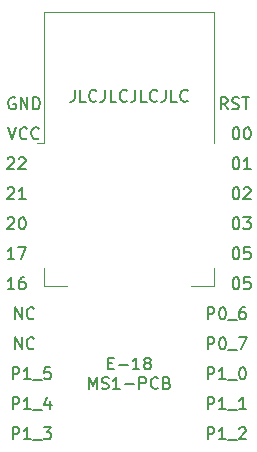
<source format=gbr>
%TF.GenerationSoftware,KiCad,Pcbnew,(5.1.9)-1*%
%TF.CreationDate,2021-12-13T23:40:31+01:00*%
%TF.ProjectId,e18sock,65313873-6f63-46b2-9e6b-696361645f70,rev?*%
%TF.SameCoordinates,Original*%
%TF.FileFunction,Legend,Top*%
%TF.FilePolarity,Positive*%
%FSLAX46Y46*%
G04 Gerber Fmt 4.6, Leading zero omitted, Abs format (unit mm)*
G04 Created by KiCad (PCBNEW (5.1.9)-1) date 2021-12-13 23:40:31*
%MOMM*%
%LPD*%
G01*
G04 APERTURE LIST*
%ADD10C,0.150000*%
%ADD11C,0.120000*%
G04 APERTURE END LIST*
D10*
X123650952Y-34377380D02*
X123650952Y-35091666D01*
X123603333Y-35234523D01*
X123508095Y-35329761D01*
X123365238Y-35377380D01*
X123270000Y-35377380D01*
X124603333Y-35377380D02*
X124127142Y-35377380D01*
X124127142Y-34377380D01*
X125508095Y-35282142D02*
X125460476Y-35329761D01*
X125317619Y-35377380D01*
X125222380Y-35377380D01*
X125079523Y-35329761D01*
X124984285Y-35234523D01*
X124936666Y-35139285D01*
X124889047Y-34948809D01*
X124889047Y-34805952D01*
X124936666Y-34615476D01*
X124984285Y-34520238D01*
X125079523Y-34425000D01*
X125222380Y-34377380D01*
X125317619Y-34377380D01*
X125460476Y-34425000D01*
X125508095Y-34472619D01*
X126222380Y-34377380D02*
X126222380Y-35091666D01*
X126174761Y-35234523D01*
X126079523Y-35329761D01*
X125936666Y-35377380D01*
X125841428Y-35377380D01*
X127174761Y-35377380D02*
X126698571Y-35377380D01*
X126698571Y-34377380D01*
X128079523Y-35282142D02*
X128031904Y-35329761D01*
X127889047Y-35377380D01*
X127793809Y-35377380D01*
X127650952Y-35329761D01*
X127555714Y-35234523D01*
X127508095Y-35139285D01*
X127460476Y-34948809D01*
X127460476Y-34805952D01*
X127508095Y-34615476D01*
X127555714Y-34520238D01*
X127650952Y-34425000D01*
X127793809Y-34377380D01*
X127889047Y-34377380D01*
X128031904Y-34425000D01*
X128079523Y-34472619D01*
X128793809Y-34377380D02*
X128793809Y-35091666D01*
X128746190Y-35234523D01*
X128650952Y-35329761D01*
X128508095Y-35377380D01*
X128412857Y-35377380D01*
X129746190Y-35377380D02*
X129270000Y-35377380D01*
X129270000Y-34377380D01*
X130650952Y-35282142D02*
X130603333Y-35329761D01*
X130460476Y-35377380D01*
X130365238Y-35377380D01*
X130222380Y-35329761D01*
X130127142Y-35234523D01*
X130079523Y-35139285D01*
X130031904Y-34948809D01*
X130031904Y-34805952D01*
X130079523Y-34615476D01*
X130127142Y-34520238D01*
X130222380Y-34425000D01*
X130365238Y-34377380D01*
X130460476Y-34377380D01*
X130603333Y-34425000D01*
X130650952Y-34472619D01*
X131365238Y-34377380D02*
X131365238Y-35091666D01*
X131317619Y-35234523D01*
X131222380Y-35329761D01*
X131079523Y-35377380D01*
X130984285Y-35377380D01*
X132317619Y-35377380D02*
X131841428Y-35377380D01*
X131841428Y-34377380D01*
X133222380Y-35282142D02*
X133174761Y-35329761D01*
X133031904Y-35377380D01*
X132936666Y-35377380D01*
X132793809Y-35329761D01*
X132698571Y-35234523D01*
X132650952Y-35139285D01*
X132603333Y-34948809D01*
X132603333Y-34805952D01*
X132650952Y-34615476D01*
X132698571Y-34520238D01*
X132793809Y-34425000D01*
X132936666Y-34377380D01*
X133031904Y-34377380D01*
X133174761Y-34425000D01*
X133222380Y-34472619D01*
X126484285Y-57523571D02*
X126817619Y-57523571D01*
X126960476Y-58047380D02*
X126484285Y-58047380D01*
X126484285Y-57047380D01*
X126960476Y-57047380D01*
X127389047Y-57666428D02*
X128150952Y-57666428D01*
X129150952Y-58047380D02*
X128579523Y-58047380D01*
X128865238Y-58047380D02*
X128865238Y-57047380D01*
X128770000Y-57190238D01*
X128674761Y-57285476D01*
X128579523Y-57333095D01*
X129722380Y-57475952D02*
X129627142Y-57428333D01*
X129579523Y-57380714D01*
X129531904Y-57285476D01*
X129531904Y-57237857D01*
X129579523Y-57142619D01*
X129627142Y-57095000D01*
X129722380Y-57047380D01*
X129912857Y-57047380D01*
X130008095Y-57095000D01*
X130055714Y-57142619D01*
X130103333Y-57237857D01*
X130103333Y-57285476D01*
X130055714Y-57380714D01*
X130008095Y-57428333D01*
X129912857Y-57475952D01*
X129722380Y-57475952D01*
X129627142Y-57523571D01*
X129579523Y-57571190D01*
X129531904Y-57666428D01*
X129531904Y-57856904D01*
X129579523Y-57952142D01*
X129627142Y-57999761D01*
X129722380Y-58047380D01*
X129912857Y-58047380D01*
X130008095Y-57999761D01*
X130055714Y-57952142D01*
X130103333Y-57856904D01*
X130103333Y-57666428D01*
X130055714Y-57571190D01*
X130008095Y-57523571D01*
X129912857Y-57475952D01*
X124865238Y-59697380D02*
X124865238Y-58697380D01*
X125198571Y-59411666D01*
X125531904Y-58697380D01*
X125531904Y-59697380D01*
X125960476Y-59649761D02*
X126103333Y-59697380D01*
X126341428Y-59697380D01*
X126436666Y-59649761D01*
X126484285Y-59602142D01*
X126531904Y-59506904D01*
X126531904Y-59411666D01*
X126484285Y-59316428D01*
X126436666Y-59268809D01*
X126341428Y-59221190D01*
X126150952Y-59173571D01*
X126055714Y-59125952D01*
X126008095Y-59078333D01*
X125960476Y-58983095D01*
X125960476Y-58887857D01*
X126008095Y-58792619D01*
X126055714Y-58745000D01*
X126150952Y-58697380D01*
X126389047Y-58697380D01*
X126531904Y-58745000D01*
X127484285Y-59697380D02*
X126912857Y-59697380D01*
X127198571Y-59697380D02*
X127198571Y-58697380D01*
X127103333Y-58840238D01*
X127008095Y-58935476D01*
X126912857Y-58983095D01*
X127912857Y-59316428D02*
X128674761Y-59316428D01*
X129150952Y-59697380D02*
X129150952Y-58697380D01*
X129531904Y-58697380D01*
X129627142Y-58745000D01*
X129674761Y-58792619D01*
X129722380Y-58887857D01*
X129722380Y-59030714D01*
X129674761Y-59125952D01*
X129627142Y-59173571D01*
X129531904Y-59221190D01*
X129150952Y-59221190D01*
X130722380Y-59602142D02*
X130674761Y-59649761D01*
X130531904Y-59697380D01*
X130436666Y-59697380D01*
X130293809Y-59649761D01*
X130198571Y-59554523D01*
X130150952Y-59459285D01*
X130103333Y-59268809D01*
X130103333Y-59125952D01*
X130150952Y-58935476D01*
X130198571Y-58840238D01*
X130293809Y-58745000D01*
X130436666Y-58697380D01*
X130531904Y-58697380D01*
X130674761Y-58745000D01*
X130722380Y-58792619D01*
X131484285Y-59173571D02*
X131627142Y-59221190D01*
X131674761Y-59268809D01*
X131722380Y-59364047D01*
X131722380Y-59506904D01*
X131674761Y-59602142D01*
X131627142Y-59649761D01*
X131531904Y-59697380D01*
X131150952Y-59697380D01*
X131150952Y-58697380D01*
X131484285Y-58697380D01*
X131579523Y-58745000D01*
X131627142Y-58792619D01*
X131674761Y-58887857D01*
X131674761Y-58983095D01*
X131627142Y-59078333D01*
X131579523Y-59125952D01*
X131484285Y-59173571D01*
X131150952Y-59173571D01*
X137271190Y-37552380D02*
X137366428Y-37552380D01*
X137461666Y-37600000D01*
X137509285Y-37647619D01*
X137556904Y-37742857D01*
X137604523Y-37933333D01*
X137604523Y-38171428D01*
X137556904Y-38361904D01*
X137509285Y-38457142D01*
X137461666Y-38504761D01*
X137366428Y-38552380D01*
X137271190Y-38552380D01*
X137175952Y-38504761D01*
X137128333Y-38457142D01*
X137080714Y-38361904D01*
X137033095Y-38171428D01*
X137033095Y-37933333D01*
X137080714Y-37742857D01*
X137128333Y-37647619D01*
X137175952Y-37600000D01*
X137271190Y-37552380D01*
X138223571Y-37552380D02*
X138318809Y-37552380D01*
X138414047Y-37600000D01*
X138461666Y-37647619D01*
X138509285Y-37742857D01*
X138556904Y-37933333D01*
X138556904Y-38171428D01*
X138509285Y-38361904D01*
X138461666Y-38457142D01*
X138414047Y-38504761D01*
X138318809Y-38552380D01*
X138223571Y-38552380D01*
X138128333Y-38504761D01*
X138080714Y-38457142D01*
X138033095Y-38361904D01*
X137985476Y-38171428D01*
X137985476Y-37933333D01*
X138033095Y-37742857D01*
X138080714Y-37647619D01*
X138128333Y-37600000D01*
X138223571Y-37552380D01*
X137271190Y-40092380D02*
X137366428Y-40092380D01*
X137461666Y-40140000D01*
X137509285Y-40187619D01*
X137556904Y-40282857D01*
X137604523Y-40473333D01*
X137604523Y-40711428D01*
X137556904Y-40901904D01*
X137509285Y-40997142D01*
X137461666Y-41044761D01*
X137366428Y-41092380D01*
X137271190Y-41092380D01*
X137175952Y-41044761D01*
X137128333Y-40997142D01*
X137080714Y-40901904D01*
X137033095Y-40711428D01*
X137033095Y-40473333D01*
X137080714Y-40282857D01*
X137128333Y-40187619D01*
X137175952Y-40140000D01*
X137271190Y-40092380D01*
X138556904Y-41092380D02*
X137985476Y-41092380D01*
X138271190Y-41092380D02*
X138271190Y-40092380D01*
X138175952Y-40235238D01*
X138080714Y-40330476D01*
X137985476Y-40378095D01*
X137271190Y-42632380D02*
X137366428Y-42632380D01*
X137461666Y-42680000D01*
X137509285Y-42727619D01*
X137556904Y-42822857D01*
X137604523Y-43013333D01*
X137604523Y-43251428D01*
X137556904Y-43441904D01*
X137509285Y-43537142D01*
X137461666Y-43584761D01*
X137366428Y-43632380D01*
X137271190Y-43632380D01*
X137175952Y-43584761D01*
X137128333Y-43537142D01*
X137080714Y-43441904D01*
X137033095Y-43251428D01*
X137033095Y-43013333D01*
X137080714Y-42822857D01*
X137128333Y-42727619D01*
X137175952Y-42680000D01*
X137271190Y-42632380D01*
X137985476Y-42727619D02*
X138033095Y-42680000D01*
X138128333Y-42632380D01*
X138366428Y-42632380D01*
X138461666Y-42680000D01*
X138509285Y-42727619D01*
X138556904Y-42822857D01*
X138556904Y-42918095D01*
X138509285Y-43060952D01*
X137937857Y-43632380D01*
X138556904Y-43632380D01*
X137271190Y-45172380D02*
X137366428Y-45172380D01*
X137461666Y-45220000D01*
X137509285Y-45267619D01*
X137556904Y-45362857D01*
X137604523Y-45553333D01*
X137604523Y-45791428D01*
X137556904Y-45981904D01*
X137509285Y-46077142D01*
X137461666Y-46124761D01*
X137366428Y-46172380D01*
X137271190Y-46172380D01*
X137175952Y-46124761D01*
X137128333Y-46077142D01*
X137080714Y-45981904D01*
X137033095Y-45791428D01*
X137033095Y-45553333D01*
X137080714Y-45362857D01*
X137128333Y-45267619D01*
X137175952Y-45220000D01*
X137271190Y-45172380D01*
X137937857Y-45172380D02*
X138556904Y-45172380D01*
X138223571Y-45553333D01*
X138366428Y-45553333D01*
X138461666Y-45600952D01*
X138509285Y-45648571D01*
X138556904Y-45743809D01*
X138556904Y-45981904D01*
X138509285Y-46077142D01*
X138461666Y-46124761D01*
X138366428Y-46172380D01*
X138080714Y-46172380D01*
X137985476Y-46124761D01*
X137937857Y-46077142D01*
X137271190Y-47712380D02*
X137366428Y-47712380D01*
X137461666Y-47760000D01*
X137509285Y-47807619D01*
X137556904Y-47902857D01*
X137604523Y-48093333D01*
X137604523Y-48331428D01*
X137556904Y-48521904D01*
X137509285Y-48617142D01*
X137461666Y-48664761D01*
X137366428Y-48712380D01*
X137271190Y-48712380D01*
X137175952Y-48664761D01*
X137128333Y-48617142D01*
X137080714Y-48521904D01*
X137033095Y-48331428D01*
X137033095Y-48093333D01*
X137080714Y-47902857D01*
X137128333Y-47807619D01*
X137175952Y-47760000D01*
X137271190Y-47712380D01*
X138509285Y-47712380D02*
X138033095Y-47712380D01*
X137985476Y-48188571D01*
X138033095Y-48140952D01*
X138128333Y-48093333D01*
X138366428Y-48093333D01*
X138461666Y-48140952D01*
X138509285Y-48188571D01*
X138556904Y-48283809D01*
X138556904Y-48521904D01*
X138509285Y-48617142D01*
X138461666Y-48664761D01*
X138366428Y-48712380D01*
X138128333Y-48712380D01*
X138033095Y-48664761D01*
X137985476Y-48617142D01*
X137271190Y-50252380D02*
X137366428Y-50252380D01*
X137461666Y-50300000D01*
X137509285Y-50347619D01*
X137556904Y-50442857D01*
X137604523Y-50633333D01*
X137604523Y-50871428D01*
X137556904Y-51061904D01*
X137509285Y-51157142D01*
X137461666Y-51204761D01*
X137366428Y-51252380D01*
X137271190Y-51252380D01*
X137175952Y-51204761D01*
X137128333Y-51157142D01*
X137080714Y-51061904D01*
X137033095Y-50871428D01*
X137033095Y-50633333D01*
X137080714Y-50442857D01*
X137128333Y-50347619D01*
X137175952Y-50300000D01*
X137271190Y-50252380D01*
X138509285Y-50252380D02*
X138033095Y-50252380D01*
X137985476Y-50728571D01*
X138033095Y-50680952D01*
X138128333Y-50633333D01*
X138366428Y-50633333D01*
X138461666Y-50680952D01*
X138509285Y-50728571D01*
X138556904Y-50823809D01*
X138556904Y-51061904D01*
X138509285Y-51157142D01*
X138461666Y-51204761D01*
X138366428Y-51252380D01*
X138128333Y-51252380D01*
X138033095Y-51204761D01*
X137985476Y-51157142D01*
X134929761Y-53792380D02*
X134929761Y-52792380D01*
X135310714Y-52792380D01*
X135405952Y-52840000D01*
X135453571Y-52887619D01*
X135501190Y-52982857D01*
X135501190Y-53125714D01*
X135453571Y-53220952D01*
X135405952Y-53268571D01*
X135310714Y-53316190D01*
X134929761Y-53316190D01*
X136120238Y-52792380D02*
X136215476Y-52792380D01*
X136310714Y-52840000D01*
X136358333Y-52887619D01*
X136405952Y-52982857D01*
X136453571Y-53173333D01*
X136453571Y-53411428D01*
X136405952Y-53601904D01*
X136358333Y-53697142D01*
X136310714Y-53744761D01*
X136215476Y-53792380D01*
X136120238Y-53792380D01*
X136025000Y-53744761D01*
X135977380Y-53697142D01*
X135929761Y-53601904D01*
X135882142Y-53411428D01*
X135882142Y-53173333D01*
X135929761Y-52982857D01*
X135977380Y-52887619D01*
X136025000Y-52840000D01*
X136120238Y-52792380D01*
X136644047Y-53887619D02*
X137405952Y-53887619D01*
X138072619Y-52792380D02*
X137882142Y-52792380D01*
X137786904Y-52840000D01*
X137739285Y-52887619D01*
X137644047Y-53030476D01*
X137596428Y-53220952D01*
X137596428Y-53601904D01*
X137644047Y-53697142D01*
X137691666Y-53744761D01*
X137786904Y-53792380D01*
X137977380Y-53792380D01*
X138072619Y-53744761D01*
X138120238Y-53697142D01*
X138167857Y-53601904D01*
X138167857Y-53363809D01*
X138120238Y-53268571D01*
X138072619Y-53220952D01*
X137977380Y-53173333D01*
X137786904Y-53173333D01*
X137691666Y-53220952D01*
X137644047Y-53268571D01*
X137596428Y-53363809D01*
X136612380Y-36012380D02*
X136279047Y-35536190D01*
X136040952Y-36012380D02*
X136040952Y-35012380D01*
X136421904Y-35012380D01*
X136517142Y-35060000D01*
X136564761Y-35107619D01*
X136612380Y-35202857D01*
X136612380Y-35345714D01*
X136564761Y-35440952D01*
X136517142Y-35488571D01*
X136421904Y-35536190D01*
X136040952Y-35536190D01*
X136993333Y-35964761D02*
X137136190Y-36012380D01*
X137374285Y-36012380D01*
X137469523Y-35964761D01*
X137517142Y-35917142D01*
X137564761Y-35821904D01*
X137564761Y-35726666D01*
X137517142Y-35631428D01*
X137469523Y-35583809D01*
X137374285Y-35536190D01*
X137183809Y-35488571D01*
X137088571Y-35440952D01*
X137040952Y-35393333D01*
X136993333Y-35298095D01*
X136993333Y-35202857D01*
X137040952Y-35107619D01*
X137088571Y-35060000D01*
X137183809Y-35012380D01*
X137421904Y-35012380D01*
X137564761Y-35060000D01*
X137850476Y-35012380D02*
X138421904Y-35012380D01*
X138136190Y-36012380D02*
X138136190Y-35012380D01*
X134929761Y-56332380D02*
X134929761Y-55332380D01*
X135310714Y-55332380D01*
X135405952Y-55380000D01*
X135453571Y-55427619D01*
X135501190Y-55522857D01*
X135501190Y-55665714D01*
X135453571Y-55760952D01*
X135405952Y-55808571D01*
X135310714Y-55856190D01*
X134929761Y-55856190D01*
X136120238Y-55332380D02*
X136215476Y-55332380D01*
X136310714Y-55380000D01*
X136358333Y-55427619D01*
X136405952Y-55522857D01*
X136453571Y-55713333D01*
X136453571Y-55951428D01*
X136405952Y-56141904D01*
X136358333Y-56237142D01*
X136310714Y-56284761D01*
X136215476Y-56332380D01*
X136120238Y-56332380D01*
X136025000Y-56284761D01*
X135977380Y-56237142D01*
X135929761Y-56141904D01*
X135882142Y-55951428D01*
X135882142Y-55713333D01*
X135929761Y-55522857D01*
X135977380Y-55427619D01*
X136025000Y-55380000D01*
X136120238Y-55332380D01*
X136644047Y-56427619D02*
X137405952Y-56427619D01*
X137548809Y-55332380D02*
X138215476Y-55332380D01*
X137786904Y-56332380D01*
X134929761Y-58872380D02*
X134929761Y-57872380D01*
X135310714Y-57872380D01*
X135405952Y-57920000D01*
X135453571Y-57967619D01*
X135501190Y-58062857D01*
X135501190Y-58205714D01*
X135453571Y-58300952D01*
X135405952Y-58348571D01*
X135310714Y-58396190D01*
X134929761Y-58396190D01*
X136453571Y-58872380D02*
X135882142Y-58872380D01*
X136167857Y-58872380D02*
X136167857Y-57872380D01*
X136072619Y-58015238D01*
X135977380Y-58110476D01*
X135882142Y-58158095D01*
X136644047Y-58967619D02*
X137405952Y-58967619D01*
X137834523Y-57872380D02*
X137929761Y-57872380D01*
X138025000Y-57920000D01*
X138072619Y-57967619D01*
X138120238Y-58062857D01*
X138167857Y-58253333D01*
X138167857Y-58491428D01*
X138120238Y-58681904D01*
X138072619Y-58777142D01*
X138025000Y-58824761D01*
X137929761Y-58872380D01*
X137834523Y-58872380D01*
X137739285Y-58824761D01*
X137691666Y-58777142D01*
X137644047Y-58681904D01*
X137596428Y-58491428D01*
X137596428Y-58253333D01*
X137644047Y-58062857D01*
X137691666Y-57967619D01*
X137739285Y-57920000D01*
X137834523Y-57872380D01*
X134929761Y-61412380D02*
X134929761Y-60412380D01*
X135310714Y-60412380D01*
X135405952Y-60460000D01*
X135453571Y-60507619D01*
X135501190Y-60602857D01*
X135501190Y-60745714D01*
X135453571Y-60840952D01*
X135405952Y-60888571D01*
X135310714Y-60936190D01*
X134929761Y-60936190D01*
X136453571Y-61412380D02*
X135882142Y-61412380D01*
X136167857Y-61412380D02*
X136167857Y-60412380D01*
X136072619Y-60555238D01*
X135977380Y-60650476D01*
X135882142Y-60698095D01*
X136644047Y-61507619D02*
X137405952Y-61507619D01*
X138167857Y-61412380D02*
X137596428Y-61412380D01*
X137882142Y-61412380D02*
X137882142Y-60412380D01*
X137786904Y-60555238D01*
X137691666Y-60650476D01*
X137596428Y-60698095D01*
X134929761Y-63952380D02*
X134929761Y-62952380D01*
X135310714Y-62952380D01*
X135405952Y-63000000D01*
X135453571Y-63047619D01*
X135501190Y-63142857D01*
X135501190Y-63285714D01*
X135453571Y-63380952D01*
X135405952Y-63428571D01*
X135310714Y-63476190D01*
X134929761Y-63476190D01*
X136453571Y-63952380D02*
X135882142Y-63952380D01*
X136167857Y-63952380D02*
X136167857Y-62952380D01*
X136072619Y-63095238D01*
X135977380Y-63190476D01*
X135882142Y-63238095D01*
X136644047Y-64047619D02*
X137405952Y-64047619D01*
X137596428Y-63047619D02*
X137644047Y-63000000D01*
X137739285Y-62952380D01*
X137977380Y-62952380D01*
X138072619Y-63000000D01*
X138120238Y-63047619D01*
X138167857Y-63142857D01*
X138167857Y-63238095D01*
X138120238Y-63380952D01*
X137548809Y-63952380D01*
X138167857Y-63952380D01*
X118419761Y-63952380D02*
X118419761Y-62952380D01*
X118800714Y-62952380D01*
X118895952Y-63000000D01*
X118943571Y-63047619D01*
X118991190Y-63142857D01*
X118991190Y-63285714D01*
X118943571Y-63380952D01*
X118895952Y-63428571D01*
X118800714Y-63476190D01*
X118419761Y-63476190D01*
X119943571Y-63952380D02*
X119372142Y-63952380D01*
X119657857Y-63952380D02*
X119657857Y-62952380D01*
X119562619Y-63095238D01*
X119467380Y-63190476D01*
X119372142Y-63238095D01*
X120134047Y-64047619D02*
X120895952Y-64047619D01*
X121038809Y-62952380D02*
X121657857Y-62952380D01*
X121324523Y-63333333D01*
X121467380Y-63333333D01*
X121562619Y-63380952D01*
X121610238Y-63428571D01*
X121657857Y-63523809D01*
X121657857Y-63761904D01*
X121610238Y-63857142D01*
X121562619Y-63904761D01*
X121467380Y-63952380D01*
X121181666Y-63952380D01*
X121086428Y-63904761D01*
X121038809Y-63857142D01*
X118419761Y-61412380D02*
X118419761Y-60412380D01*
X118800714Y-60412380D01*
X118895952Y-60460000D01*
X118943571Y-60507619D01*
X118991190Y-60602857D01*
X118991190Y-60745714D01*
X118943571Y-60840952D01*
X118895952Y-60888571D01*
X118800714Y-60936190D01*
X118419761Y-60936190D01*
X119943571Y-61412380D02*
X119372142Y-61412380D01*
X119657857Y-61412380D02*
X119657857Y-60412380D01*
X119562619Y-60555238D01*
X119467380Y-60650476D01*
X119372142Y-60698095D01*
X120134047Y-61507619D02*
X120895952Y-61507619D01*
X121562619Y-60745714D02*
X121562619Y-61412380D01*
X121324523Y-60364761D02*
X121086428Y-61079047D01*
X121705476Y-61079047D01*
X118419761Y-58872380D02*
X118419761Y-57872380D01*
X118800714Y-57872380D01*
X118895952Y-57920000D01*
X118943571Y-57967619D01*
X118991190Y-58062857D01*
X118991190Y-58205714D01*
X118943571Y-58300952D01*
X118895952Y-58348571D01*
X118800714Y-58396190D01*
X118419761Y-58396190D01*
X119943571Y-58872380D02*
X119372142Y-58872380D01*
X119657857Y-58872380D02*
X119657857Y-57872380D01*
X119562619Y-58015238D01*
X119467380Y-58110476D01*
X119372142Y-58158095D01*
X120134047Y-58967619D02*
X120895952Y-58967619D01*
X121610238Y-57872380D02*
X121134047Y-57872380D01*
X121086428Y-58348571D01*
X121134047Y-58300952D01*
X121229285Y-58253333D01*
X121467380Y-58253333D01*
X121562619Y-58300952D01*
X121610238Y-58348571D01*
X121657857Y-58443809D01*
X121657857Y-58681904D01*
X121610238Y-58777142D01*
X121562619Y-58824761D01*
X121467380Y-58872380D01*
X121229285Y-58872380D01*
X121134047Y-58824761D01*
X121086428Y-58777142D01*
X118594285Y-56332380D02*
X118594285Y-55332380D01*
X119165714Y-56332380D01*
X119165714Y-55332380D01*
X120213333Y-56237142D02*
X120165714Y-56284761D01*
X120022857Y-56332380D01*
X119927619Y-56332380D01*
X119784761Y-56284761D01*
X119689523Y-56189523D01*
X119641904Y-56094285D01*
X119594285Y-55903809D01*
X119594285Y-55760952D01*
X119641904Y-55570476D01*
X119689523Y-55475238D01*
X119784761Y-55380000D01*
X119927619Y-55332380D01*
X120022857Y-55332380D01*
X120165714Y-55380000D01*
X120213333Y-55427619D01*
X118594285Y-53792380D02*
X118594285Y-52792380D01*
X119165714Y-53792380D01*
X119165714Y-52792380D01*
X120213333Y-53697142D02*
X120165714Y-53744761D01*
X120022857Y-53792380D01*
X119927619Y-53792380D01*
X119784761Y-53744761D01*
X119689523Y-53649523D01*
X119641904Y-53554285D01*
X119594285Y-53363809D01*
X119594285Y-53220952D01*
X119641904Y-53030476D01*
X119689523Y-52935238D01*
X119784761Y-52840000D01*
X119927619Y-52792380D01*
X120022857Y-52792380D01*
X120165714Y-52840000D01*
X120213333Y-52887619D01*
X118554523Y-51252380D02*
X117983095Y-51252380D01*
X118268809Y-51252380D02*
X118268809Y-50252380D01*
X118173571Y-50395238D01*
X118078333Y-50490476D01*
X117983095Y-50538095D01*
X119411666Y-50252380D02*
X119221190Y-50252380D01*
X119125952Y-50300000D01*
X119078333Y-50347619D01*
X118983095Y-50490476D01*
X118935476Y-50680952D01*
X118935476Y-51061904D01*
X118983095Y-51157142D01*
X119030714Y-51204761D01*
X119125952Y-51252380D01*
X119316428Y-51252380D01*
X119411666Y-51204761D01*
X119459285Y-51157142D01*
X119506904Y-51061904D01*
X119506904Y-50823809D01*
X119459285Y-50728571D01*
X119411666Y-50680952D01*
X119316428Y-50633333D01*
X119125952Y-50633333D01*
X119030714Y-50680952D01*
X118983095Y-50728571D01*
X118935476Y-50823809D01*
X118554523Y-48712380D02*
X117983095Y-48712380D01*
X118268809Y-48712380D02*
X118268809Y-47712380D01*
X118173571Y-47855238D01*
X118078333Y-47950476D01*
X117983095Y-47998095D01*
X118887857Y-47712380D02*
X119554523Y-47712380D01*
X119125952Y-48712380D01*
X117983095Y-45267619D02*
X118030714Y-45220000D01*
X118125952Y-45172380D01*
X118364047Y-45172380D01*
X118459285Y-45220000D01*
X118506904Y-45267619D01*
X118554523Y-45362857D01*
X118554523Y-45458095D01*
X118506904Y-45600952D01*
X117935476Y-46172380D01*
X118554523Y-46172380D01*
X119173571Y-45172380D02*
X119268809Y-45172380D01*
X119364047Y-45220000D01*
X119411666Y-45267619D01*
X119459285Y-45362857D01*
X119506904Y-45553333D01*
X119506904Y-45791428D01*
X119459285Y-45981904D01*
X119411666Y-46077142D01*
X119364047Y-46124761D01*
X119268809Y-46172380D01*
X119173571Y-46172380D01*
X119078333Y-46124761D01*
X119030714Y-46077142D01*
X118983095Y-45981904D01*
X118935476Y-45791428D01*
X118935476Y-45553333D01*
X118983095Y-45362857D01*
X119030714Y-45267619D01*
X119078333Y-45220000D01*
X119173571Y-45172380D01*
X117983095Y-40187619D02*
X118030714Y-40140000D01*
X118125952Y-40092380D01*
X118364047Y-40092380D01*
X118459285Y-40140000D01*
X118506904Y-40187619D01*
X118554523Y-40282857D01*
X118554523Y-40378095D01*
X118506904Y-40520952D01*
X117935476Y-41092380D01*
X118554523Y-41092380D01*
X118935476Y-40187619D02*
X118983095Y-40140000D01*
X119078333Y-40092380D01*
X119316428Y-40092380D01*
X119411666Y-40140000D01*
X119459285Y-40187619D01*
X119506904Y-40282857D01*
X119506904Y-40378095D01*
X119459285Y-40520952D01*
X118887857Y-41092380D01*
X119506904Y-41092380D01*
X118046666Y-37552380D02*
X118380000Y-38552380D01*
X118713333Y-37552380D01*
X119618095Y-38457142D02*
X119570476Y-38504761D01*
X119427619Y-38552380D01*
X119332380Y-38552380D01*
X119189523Y-38504761D01*
X119094285Y-38409523D01*
X119046666Y-38314285D01*
X118999047Y-38123809D01*
X118999047Y-37980952D01*
X119046666Y-37790476D01*
X119094285Y-37695238D01*
X119189523Y-37600000D01*
X119332380Y-37552380D01*
X119427619Y-37552380D01*
X119570476Y-37600000D01*
X119618095Y-37647619D01*
X120618095Y-38457142D02*
X120570476Y-38504761D01*
X120427619Y-38552380D01*
X120332380Y-38552380D01*
X120189523Y-38504761D01*
X120094285Y-38409523D01*
X120046666Y-38314285D01*
X119999047Y-38123809D01*
X119999047Y-37980952D01*
X120046666Y-37790476D01*
X120094285Y-37695238D01*
X120189523Y-37600000D01*
X120332380Y-37552380D01*
X120427619Y-37552380D01*
X120570476Y-37600000D01*
X120618095Y-37647619D01*
X118618095Y-35060000D02*
X118522857Y-35012380D01*
X118380000Y-35012380D01*
X118237142Y-35060000D01*
X118141904Y-35155238D01*
X118094285Y-35250476D01*
X118046666Y-35440952D01*
X118046666Y-35583809D01*
X118094285Y-35774285D01*
X118141904Y-35869523D01*
X118237142Y-35964761D01*
X118380000Y-36012380D01*
X118475238Y-36012380D01*
X118618095Y-35964761D01*
X118665714Y-35917142D01*
X118665714Y-35583809D01*
X118475238Y-35583809D01*
X119094285Y-36012380D02*
X119094285Y-35012380D01*
X119665714Y-36012380D01*
X119665714Y-35012380D01*
X120141904Y-36012380D02*
X120141904Y-35012380D01*
X120380000Y-35012380D01*
X120522857Y-35060000D01*
X120618095Y-35155238D01*
X120665714Y-35250476D01*
X120713333Y-35440952D01*
X120713333Y-35583809D01*
X120665714Y-35774285D01*
X120618095Y-35869523D01*
X120522857Y-35964761D01*
X120380000Y-36012380D01*
X120141904Y-36012380D01*
X117983095Y-42727619D02*
X118030714Y-42680000D01*
X118125952Y-42632380D01*
X118364047Y-42632380D01*
X118459285Y-42680000D01*
X118506904Y-42727619D01*
X118554523Y-42822857D01*
X118554523Y-42918095D01*
X118506904Y-43060952D01*
X117935476Y-43632380D01*
X118554523Y-43632380D01*
X119506904Y-43632380D02*
X118935476Y-43632380D01*
X119221190Y-43632380D02*
X119221190Y-42632380D01*
X119125952Y-42775238D01*
X119030714Y-42870476D01*
X118935476Y-42918095D01*
D11*
%TO.C,E-18-MS1-PCB*%
X121100000Y-38910000D02*
X120500000Y-38910000D01*
X121100000Y-27750000D02*
X121100000Y-38910000D01*
X135440000Y-27750000D02*
X121100000Y-27750000D01*
X135440000Y-38910000D02*
X135440000Y-27750000D01*
X135440000Y-50990000D02*
X135440000Y-49420000D01*
X133550000Y-50990000D02*
X135440000Y-50990000D01*
X121100000Y-50990000D02*
X122990000Y-50990000D01*
X121100000Y-50990000D02*
X121100000Y-49420000D01*
%TD*%
M02*

</source>
